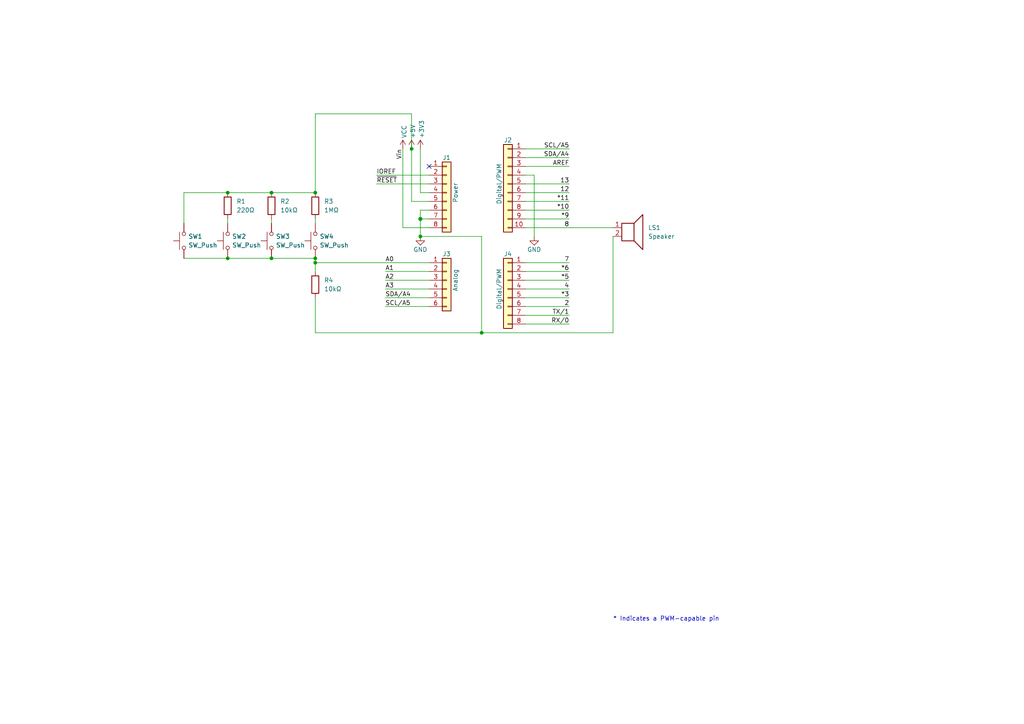
<source format=kicad_sch>
(kicad_sch
	(version 20231120)
	(generator "eeschema")
	(generator_version "8.0")
	(uuid "e63e39d7-6ac0-4ffd-8aa3-1841a4541b55")
	(paper "A4")
	(title_block
		(date "mar. 31 mars 2015")
	)
	(lib_symbols
		(symbol "Connector_Generic:Conn_01x06"
			(pin_names
				(offset 1.016) hide)
			(exclude_from_sim no)
			(in_bom yes)
			(on_board yes)
			(property "Reference" "J"
				(at 0 7.62 0)
				(effects
					(font
						(size 1.27 1.27)
					)
				)
			)
			(property "Value" "Conn_01x06"
				(at 0 -10.16 0)
				(effects
					(font
						(size 1.27 1.27)
					)
				)
			)
			(property "Footprint" ""
				(at 0 0 0)
				(effects
					(font
						(size 1.27 1.27)
					)
					(hide yes)
				)
			)
			(property "Datasheet" "~"
				(at 0 0 0)
				(effects
					(font
						(size 1.27 1.27)
					)
					(hide yes)
				)
			)
			(property "Description" "Generic connector, single row, 01x06, script generated (kicad-library-utils/schlib/autogen/connector/)"
				(at 0 0 0)
				(effects
					(font
						(size 1.27 1.27)
					)
					(hide yes)
				)
			)
			(property "ki_keywords" "connector"
				(at 0 0 0)
				(effects
					(font
						(size 1.27 1.27)
					)
					(hide yes)
				)
			)
			(property "ki_fp_filters" "Connector*:*_1x??_*"
				(at 0 0 0)
				(effects
					(font
						(size 1.27 1.27)
					)
					(hide yes)
				)
			)
			(symbol "Conn_01x06_1_1"
				(rectangle
					(start -1.27 -7.493)
					(end 0 -7.747)
					(stroke
						(width 0.1524)
						(type default)
					)
					(fill
						(type none)
					)
				)
				(rectangle
					(start -1.27 -4.953)
					(end 0 -5.207)
					(stroke
						(width 0.1524)
						(type default)
					)
					(fill
						(type none)
					)
				)
				(rectangle
					(start -1.27 -2.413)
					(end 0 -2.667)
					(stroke
						(width 0.1524)
						(type default)
					)
					(fill
						(type none)
					)
				)
				(rectangle
					(start -1.27 0.127)
					(end 0 -0.127)
					(stroke
						(width 0.1524)
						(type default)
					)
					(fill
						(type none)
					)
				)
				(rectangle
					(start -1.27 2.667)
					(end 0 2.413)
					(stroke
						(width 0.1524)
						(type default)
					)
					(fill
						(type none)
					)
				)
				(rectangle
					(start -1.27 5.207)
					(end 0 4.953)
					(stroke
						(width 0.1524)
						(type default)
					)
					(fill
						(type none)
					)
				)
				(rectangle
					(start -1.27 6.35)
					(end 1.27 -8.89)
					(stroke
						(width 0.254)
						(type default)
					)
					(fill
						(type background)
					)
				)
				(pin passive line
					(at -5.08 5.08 0)
					(length 3.81)
					(name "Pin_1"
						(effects
							(font
								(size 1.27 1.27)
							)
						)
					)
					(number "1"
						(effects
							(font
								(size 1.27 1.27)
							)
						)
					)
				)
				(pin passive line
					(at -5.08 2.54 0)
					(length 3.81)
					(name "Pin_2"
						(effects
							(font
								(size 1.27 1.27)
							)
						)
					)
					(number "2"
						(effects
							(font
								(size 1.27 1.27)
							)
						)
					)
				)
				(pin passive line
					(at -5.08 0 0)
					(length 3.81)
					(name "Pin_3"
						(effects
							(font
								(size 1.27 1.27)
							)
						)
					)
					(number "3"
						(effects
							(font
								(size 1.27 1.27)
							)
						)
					)
				)
				(pin passive line
					(at -5.08 -2.54 0)
					(length 3.81)
					(name "Pin_4"
						(effects
							(font
								(size 1.27 1.27)
							)
						)
					)
					(number "4"
						(effects
							(font
								(size 1.27 1.27)
							)
						)
					)
				)
				(pin passive line
					(at -5.08 -5.08 0)
					(length 3.81)
					(name "Pin_5"
						(effects
							(font
								(size 1.27 1.27)
							)
						)
					)
					(number "5"
						(effects
							(font
								(size 1.27 1.27)
							)
						)
					)
				)
				(pin passive line
					(at -5.08 -7.62 0)
					(length 3.81)
					(name "Pin_6"
						(effects
							(font
								(size 1.27 1.27)
							)
						)
					)
					(number "6"
						(effects
							(font
								(size 1.27 1.27)
							)
						)
					)
				)
			)
		)
		(symbol "Connector_Generic:Conn_01x08"
			(pin_names
				(offset 1.016) hide)
			(exclude_from_sim no)
			(in_bom yes)
			(on_board yes)
			(property "Reference" "J"
				(at 0 10.16 0)
				(effects
					(font
						(size 1.27 1.27)
					)
				)
			)
			(property "Value" "Conn_01x08"
				(at 0 -12.7 0)
				(effects
					(font
						(size 1.27 1.27)
					)
				)
			)
			(property "Footprint" ""
				(at 0 0 0)
				(effects
					(font
						(size 1.27 1.27)
					)
					(hide yes)
				)
			)
			(property "Datasheet" "~"
				(at 0 0 0)
				(effects
					(font
						(size 1.27 1.27)
					)
					(hide yes)
				)
			)
			(property "Description" "Generic connector, single row, 01x08, script generated (kicad-library-utils/schlib/autogen/connector/)"
				(at 0 0 0)
				(effects
					(font
						(size 1.27 1.27)
					)
					(hide yes)
				)
			)
			(property "ki_keywords" "connector"
				(at 0 0 0)
				(effects
					(font
						(size 1.27 1.27)
					)
					(hide yes)
				)
			)
			(property "ki_fp_filters" "Connector*:*_1x??_*"
				(at 0 0 0)
				(effects
					(font
						(size 1.27 1.27)
					)
					(hide yes)
				)
			)
			(symbol "Conn_01x08_1_1"
				(rectangle
					(start -1.27 -10.033)
					(end 0 -10.287)
					(stroke
						(width 0.1524)
						(type default)
					)
					(fill
						(type none)
					)
				)
				(rectangle
					(start -1.27 -7.493)
					(end 0 -7.747)
					(stroke
						(width 0.1524)
						(type default)
					)
					(fill
						(type none)
					)
				)
				(rectangle
					(start -1.27 -4.953)
					(end 0 -5.207)
					(stroke
						(width 0.1524)
						(type default)
					)
					(fill
						(type none)
					)
				)
				(rectangle
					(start -1.27 -2.413)
					(end 0 -2.667)
					(stroke
						(width 0.1524)
						(type default)
					)
					(fill
						(type none)
					)
				)
				(rectangle
					(start -1.27 0.127)
					(end 0 -0.127)
					(stroke
						(width 0.1524)
						(type default)
					)
					(fill
						(type none)
					)
				)
				(rectangle
					(start -1.27 2.667)
					(end 0 2.413)
					(stroke
						(width 0.1524)
						(type default)
					)
					(fill
						(type none)
					)
				)
				(rectangle
					(start -1.27 5.207)
					(end 0 4.953)
					(stroke
						(width 0.1524)
						(type default)
					)
					(fill
						(type none)
					)
				)
				(rectangle
					(start -1.27 7.747)
					(end 0 7.493)
					(stroke
						(width 0.1524)
						(type default)
					)
					(fill
						(type none)
					)
				)
				(rectangle
					(start -1.27 8.89)
					(end 1.27 -11.43)
					(stroke
						(width 0.254)
						(type default)
					)
					(fill
						(type background)
					)
				)
				(pin passive line
					(at -5.08 7.62 0)
					(length 3.81)
					(name "Pin_1"
						(effects
							(font
								(size 1.27 1.27)
							)
						)
					)
					(number "1"
						(effects
							(font
								(size 1.27 1.27)
							)
						)
					)
				)
				(pin passive line
					(at -5.08 5.08 0)
					(length 3.81)
					(name "Pin_2"
						(effects
							(font
								(size 1.27 1.27)
							)
						)
					)
					(number "2"
						(effects
							(font
								(size 1.27 1.27)
							)
						)
					)
				)
				(pin passive line
					(at -5.08 2.54 0)
					(length 3.81)
					(name "Pin_3"
						(effects
							(font
								(size 1.27 1.27)
							)
						)
					)
					(number "3"
						(effects
							(font
								(size 1.27 1.27)
							)
						)
					)
				)
				(pin passive line
					(at -5.08 0 0)
					(length 3.81)
					(name "Pin_4"
						(effects
							(font
								(size 1.27 1.27)
							)
						)
					)
					(number "4"
						(effects
							(font
								(size 1.27 1.27)
							)
						)
					)
				)
				(pin passive line
					(at -5.08 -2.54 0)
					(length 3.81)
					(name "Pin_5"
						(effects
							(font
								(size 1.27 1.27)
							)
						)
					)
					(number "5"
						(effects
							(font
								(size 1.27 1.27)
							)
						)
					)
				)
				(pin passive line
					(at -5.08 -5.08 0)
					(length 3.81)
					(name "Pin_6"
						(effects
							(font
								(size 1.27 1.27)
							)
						)
					)
					(number "6"
						(effects
							(font
								(size 1.27 1.27)
							)
						)
					)
				)
				(pin passive line
					(at -5.08 -7.62 0)
					(length 3.81)
					(name "Pin_7"
						(effects
							(font
								(size 1.27 1.27)
							)
						)
					)
					(number "7"
						(effects
							(font
								(size 1.27 1.27)
							)
						)
					)
				)
				(pin passive line
					(at -5.08 -10.16 0)
					(length 3.81)
					(name "Pin_8"
						(effects
							(font
								(size 1.27 1.27)
							)
						)
					)
					(number "8"
						(effects
							(font
								(size 1.27 1.27)
							)
						)
					)
				)
			)
		)
		(symbol "Connector_Generic:Conn_01x10"
			(pin_names
				(offset 1.016) hide)
			(exclude_from_sim no)
			(in_bom yes)
			(on_board yes)
			(property "Reference" "J"
				(at 0 12.7 0)
				(effects
					(font
						(size 1.27 1.27)
					)
				)
			)
			(property "Value" "Conn_01x10"
				(at 0 -15.24 0)
				(effects
					(font
						(size 1.27 1.27)
					)
				)
			)
			(property "Footprint" ""
				(at 0 0 0)
				(effects
					(font
						(size 1.27 1.27)
					)
					(hide yes)
				)
			)
			(property "Datasheet" "~"
				(at 0 0 0)
				(effects
					(font
						(size 1.27 1.27)
					)
					(hide yes)
				)
			)
			(property "Description" "Generic connector, single row, 01x10, script generated (kicad-library-utils/schlib/autogen/connector/)"
				(at 0 0 0)
				(effects
					(font
						(size 1.27 1.27)
					)
					(hide yes)
				)
			)
			(property "ki_keywords" "connector"
				(at 0 0 0)
				(effects
					(font
						(size 1.27 1.27)
					)
					(hide yes)
				)
			)
			(property "ki_fp_filters" "Connector*:*_1x??_*"
				(at 0 0 0)
				(effects
					(font
						(size 1.27 1.27)
					)
					(hide yes)
				)
			)
			(symbol "Conn_01x10_1_1"
				(rectangle
					(start -1.27 -12.573)
					(end 0 -12.827)
					(stroke
						(width 0.1524)
						(type default)
					)
					(fill
						(type none)
					)
				)
				(rectangle
					(start -1.27 -10.033)
					(end 0 -10.287)
					(stroke
						(width 0.1524)
						(type default)
					)
					(fill
						(type none)
					)
				)
				(rectangle
					(start -1.27 -7.493)
					(end 0 -7.747)
					(stroke
						(width 0.1524)
						(type default)
					)
					(fill
						(type none)
					)
				)
				(rectangle
					(start -1.27 -4.953)
					(end 0 -5.207)
					(stroke
						(width 0.1524)
						(type default)
					)
					(fill
						(type none)
					)
				)
				(rectangle
					(start -1.27 -2.413)
					(end 0 -2.667)
					(stroke
						(width 0.1524)
						(type default)
					)
					(fill
						(type none)
					)
				)
				(rectangle
					(start -1.27 0.127)
					(end 0 -0.127)
					(stroke
						(width 0.1524)
						(type default)
					)
					(fill
						(type none)
					)
				)
				(rectangle
					(start -1.27 2.667)
					(end 0 2.413)
					(stroke
						(width 0.1524)
						(type default)
					)
					(fill
						(type none)
					)
				)
				(rectangle
					(start -1.27 5.207)
					(end 0 4.953)
					(stroke
						(width 0.1524)
						(type default)
					)
					(fill
						(type none)
					)
				)
				(rectangle
					(start -1.27 7.747)
					(end 0 7.493)
					(stroke
						(width 0.1524)
						(type default)
					)
					(fill
						(type none)
					)
				)
				(rectangle
					(start -1.27 10.287)
					(end 0 10.033)
					(stroke
						(width 0.1524)
						(type default)
					)
					(fill
						(type none)
					)
				)
				(rectangle
					(start -1.27 11.43)
					(end 1.27 -13.97)
					(stroke
						(width 0.254)
						(type default)
					)
					(fill
						(type background)
					)
				)
				(pin passive line
					(at -5.08 10.16 0)
					(length 3.81)
					(name "Pin_1"
						(effects
							(font
								(size 1.27 1.27)
							)
						)
					)
					(number "1"
						(effects
							(font
								(size 1.27 1.27)
							)
						)
					)
				)
				(pin passive line
					(at -5.08 -12.7 0)
					(length 3.81)
					(name "Pin_10"
						(effects
							(font
								(size 1.27 1.27)
							)
						)
					)
					(number "10"
						(effects
							(font
								(size 1.27 1.27)
							)
						)
					)
				)
				(pin passive line
					(at -5.08 7.62 0)
					(length 3.81)
					(name "Pin_2"
						(effects
							(font
								(size 1.27 1.27)
							)
						)
					)
					(number "2"
						(effects
							(font
								(size 1.27 1.27)
							)
						)
					)
				)
				(pin passive line
					(at -5.08 5.08 0)
					(length 3.81)
					(name "Pin_3"
						(effects
							(font
								(size 1.27 1.27)
							)
						)
					)
					(number "3"
						(effects
							(font
								(size 1.27 1.27)
							)
						)
					)
				)
				(pin passive line
					(at -5.08 2.54 0)
					(length 3.81)
					(name "Pin_4"
						(effects
							(font
								(size 1.27 1.27)
							)
						)
					)
					(number "4"
						(effects
							(font
								(size 1.27 1.27)
							)
						)
					)
				)
				(pin passive line
					(at -5.08 0 0)
					(length 3.81)
					(name "Pin_5"
						(effects
							(font
								(size 1.27 1.27)
							)
						)
					)
					(number "5"
						(effects
							(font
								(size 1.27 1.27)
							)
						)
					)
				)
				(pin passive line
					(at -5.08 -2.54 0)
					(length 3.81)
					(name "Pin_6"
						(effects
							(font
								(size 1.27 1.27)
							)
						)
					)
					(number "6"
						(effects
							(font
								(size 1.27 1.27)
							)
						)
					)
				)
				(pin passive line
					(at -5.08 -5.08 0)
					(length 3.81)
					(name "Pin_7"
						(effects
							(font
								(size 1.27 1.27)
							)
						)
					)
					(number "7"
						(effects
							(font
								(size 1.27 1.27)
							)
						)
					)
				)
				(pin passive line
					(at -5.08 -7.62 0)
					(length 3.81)
					(name "Pin_8"
						(effects
							(font
								(size 1.27 1.27)
							)
						)
					)
					(number "8"
						(effects
							(font
								(size 1.27 1.27)
							)
						)
					)
				)
				(pin passive line
					(at -5.08 -10.16 0)
					(length 3.81)
					(name "Pin_9"
						(effects
							(font
								(size 1.27 1.27)
							)
						)
					)
					(number "9"
						(effects
							(font
								(size 1.27 1.27)
							)
						)
					)
				)
			)
		)
		(symbol "Device:R"
			(pin_numbers hide)
			(pin_names
				(offset 0)
			)
			(exclude_from_sim no)
			(in_bom yes)
			(on_board yes)
			(property "Reference" "R"
				(at 2.032 0 90)
				(effects
					(font
						(size 1.27 1.27)
					)
				)
			)
			(property "Value" "R"
				(at 0 0 90)
				(effects
					(font
						(size 1.27 1.27)
					)
				)
			)
			(property "Footprint" ""
				(at -1.778 0 90)
				(effects
					(font
						(size 1.27 1.27)
					)
					(hide yes)
				)
			)
			(property "Datasheet" "~"
				(at 0 0 0)
				(effects
					(font
						(size 1.27 1.27)
					)
					(hide yes)
				)
			)
			(property "Description" "Resistor"
				(at 0 0 0)
				(effects
					(font
						(size 1.27 1.27)
					)
					(hide yes)
				)
			)
			(property "ki_keywords" "R res resistor"
				(at 0 0 0)
				(effects
					(font
						(size 1.27 1.27)
					)
					(hide yes)
				)
			)
			(property "ki_fp_filters" "R_*"
				(at 0 0 0)
				(effects
					(font
						(size 1.27 1.27)
					)
					(hide yes)
				)
			)
			(symbol "R_0_1"
				(rectangle
					(start -1.016 -2.54)
					(end 1.016 2.54)
					(stroke
						(width 0.254)
						(type default)
					)
					(fill
						(type none)
					)
				)
			)
			(symbol "R_1_1"
				(pin passive line
					(at 0 3.81 270)
					(length 1.27)
					(name "~"
						(effects
							(font
								(size 1.27 1.27)
							)
						)
					)
					(number "1"
						(effects
							(font
								(size 1.27 1.27)
							)
						)
					)
				)
				(pin passive line
					(at 0 -3.81 90)
					(length 1.27)
					(name "~"
						(effects
							(font
								(size 1.27 1.27)
							)
						)
					)
					(number "2"
						(effects
							(font
								(size 1.27 1.27)
							)
						)
					)
				)
			)
		)
		(symbol "Device:Speaker"
			(pin_names
				(offset 0) hide)
			(exclude_from_sim no)
			(in_bom yes)
			(on_board yes)
			(property "Reference" "LS"
				(at 1.27 5.715 0)
				(effects
					(font
						(size 1.27 1.27)
					)
					(justify right)
				)
			)
			(property "Value" "Speaker"
				(at 1.27 3.81 0)
				(effects
					(font
						(size 1.27 1.27)
					)
					(justify right)
				)
			)
			(property "Footprint" ""
				(at 0 -5.08 0)
				(effects
					(font
						(size 1.27 1.27)
					)
					(hide yes)
				)
			)
			(property "Datasheet" "~"
				(at -0.254 -1.27 0)
				(effects
					(font
						(size 1.27 1.27)
					)
					(hide yes)
				)
			)
			(property "Description" "Speaker"
				(at 0 0 0)
				(effects
					(font
						(size 1.27 1.27)
					)
					(hide yes)
				)
			)
			(property "ki_keywords" "speaker sound"
				(at 0 0 0)
				(effects
					(font
						(size 1.27 1.27)
					)
					(hide yes)
				)
			)
			(symbol "Speaker_0_0"
				(rectangle
					(start -2.54 1.27)
					(end 1.016 -3.81)
					(stroke
						(width 0.254)
						(type default)
					)
					(fill
						(type none)
					)
				)
				(polyline
					(pts
						(xy 1.016 1.27) (xy 3.556 3.81) (xy 3.556 -6.35) (xy 1.016 -3.81)
					)
					(stroke
						(width 0.254)
						(type default)
					)
					(fill
						(type none)
					)
				)
			)
			(symbol "Speaker_1_1"
				(pin input line
					(at -5.08 0 0)
					(length 2.54)
					(name "1"
						(effects
							(font
								(size 1.27 1.27)
							)
						)
					)
					(number "1"
						(effects
							(font
								(size 1.27 1.27)
							)
						)
					)
				)
				(pin input line
					(at -5.08 -2.54 0)
					(length 2.54)
					(name "2"
						(effects
							(font
								(size 1.27 1.27)
							)
						)
					)
					(number "2"
						(effects
							(font
								(size 1.27 1.27)
							)
						)
					)
				)
			)
		)
		(symbol "Switch:SW_Push"
			(pin_numbers hide)
			(pin_names
				(offset 1.016) hide)
			(exclude_from_sim no)
			(in_bom yes)
			(on_board yes)
			(property "Reference" "SW"
				(at 1.27 2.54 0)
				(effects
					(font
						(size 1.27 1.27)
					)
					(justify left)
				)
			)
			(property "Value" "SW_Push"
				(at 0 -1.524 0)
				(effects
					(font
						(size 1.27 1.27)
					)
				)
			)
			(property "Footprint" ""
				(at 0 5.08 0)
				(effects
					(font
						(size 1.27 1.27)
					)
					(hide yes)
				)
			)
			(property "Datasheet" "~"
				(at 0 5.08 0)
				(effects
					(font
						(size 1.27 1.27)
					)
					(hide yes)
				)
			)
			(property "Description" "Push button switch, generic, two pins"
				(at 0 0 0)
				(effects
					(font
						(size 1.27 1.27)
					)
					(hide yes)
				)
			)
			(property "ki_keywords" "switch normally-open pushbutton push-button"
				(at 0 0 0)
				(effects
					(font
						(size 1.27 1.27)
					)
					(hide yes)
				)
			)
			(symbol "SW_Push_0_1"
				(circle
					(center -2.032 0)
					(radius 0.508)
					(stroke
						(width 0)
						(type default)
					)
					(fill
						(type none)
					)
				)
				(polyline
					(pts
						(xy 0 1.27) (xy 0 3.048)
					)
					(stroke
						(width 0)
						(type default)
					)
					(fill
						(type none)
					)
				)
				(polyline
					(pts
						(xy 2.54 1.27) (xy -2.54 1.27)
					)
					(stroke
						(width 0)
						(type default)
					)
					(fill
						(type none)
					)
				)
				(circle
					(center 2.032 0)
					(radius 0.508)
					(stroke
						(width 0)
						(type default)
					)
					(fill
						(type none)
					)
				)
				(pin passive line
					(at -5.08 0 0)
					(length 2.54)
					(name "1"
						(effects
							(font
								(size 1.27 1.27)
							)
						)
					)
					(number "1"
						(effects
							(font
								(size 1.27 1.27)
							)
						)
					)
				)
				(pin passive line
					(at 5.08 0 180)
					(length 2.54)
					(name "2"
						(effects
							(font
								(size 1.27 1.27)
							)
						)
					)
					(number "2"
						(effects
							(font
								(size 1.27 1.27)
							)
						)
					)
				)
			)
		)
		(symbol "power:+3V3"
			(power)
			(pin_names
				(offset 0)
			)
			(exclude_from_sim no)
			(in_bom yes)
			(on_board yes)
			(property "Reference" "#PWR"
				(at 0 -3.81 0)
				(effects
					(font
						(size 1.27 1.27)
					)
					(hide yes)
				)
			)
			(property "Value" "+3V3"
				(at 0 3.556 0)
				(effects
					(font
						(size 1.27 1.27)
					)
				)
			)
			(property "Footprint" ""
				(at 0 0 0)
				(effects
					(font
						(size 1.27 1.27)
					)
					(hide yes)
				)
			)
			(property "Datasheet" ""
				(at 0 0 0)
				(effects
					(font
						(size 1.27 1.27)
					)
					(hide yes)
				)
			)
			(property "Description" "Power symbol creates a global label with name \"+3V3\""
				(at 0 0 0)
				(effects
					(font
						(size 1.27 1.27)
					)
					(hide yes)
				)
			)
			(property "ki_keywords" "power-flag"
				(at 0 0 0)
				(effects
					(font
						(size 1.27 1.27)
					)
					(hide yes)
				)
			)
			(symbol "+3V3_0_1"
				(polyline
					(pts
						(xy -0.762 1.27) (xy 0 2.54)
					)
					(stroke
						(width 0)
						(type default)
					)
					(fill
						(type none)
					)
				)
				(polyline
					(pts
						(xy 0 0) (xy 0 2.54)
					)
					(stroke
						(width 0)
						(type default)
					)
					(fill
						(type none)
					)
				)
				(polyline
					(pts
						(xy 0 2.54) (xy 0.762 1.27)
					)
					(stroke
						(width 0)
						(type default)
					)
					(fill
						(type none)
					)
				)
			)
			(symbol "+3V3_1_1"
				(pin power_in line
					(at 0 0 90)
					(length 0) hide
					(name "+3V3"
						(effects
							(font
								(size 1.27 1.27)
							)
						)
					)
					(number "1"
						(effects
							(font
								(size 1.27 1.27)
							)
						)
					)
				)
			)
		)
		(symbol "power:+5V"
			(power)
			(pin_names
				(offset 0)
			)
			(exclude_from_sim no)
			(in_bom yes)
			(on_board yes)
			(property "Reference" "#PWR"
				(at 0 -3.81 0)
				(effects
					(font
						(size 1.27 1.27)
					)
					(hide yes)
				)
			)
			(property "Value" "+5V"
				(at 0 3.556 0)
				(effects
					(font
						(size 1.27 1.27)
					)
				)
			)
			(property "Footprint" ""
				(at 0 0 0)
				(effects
					(font
						(size 1.27 1.27)
					)
					(hide yes)
				)
			)
			(property "Datasheet" ""
				(at 0 0 0)
				(effects
					(font
						(size 1.27 1.27)
					)
					(hide yes)
				)
			)
			(property "Description" "Power symbol creates a global label with name \"+5V\""
				(at 0 0 0)
				(effects
					(font
						(size 1.27 1.27)
					)
					(hide yes)
				)
			)
			(property "ki_keywords" "power-flag"
				(at 0 0 0)
				(effects
					(font
						(size 1.27 1.27)
					)
					(hide yes)
				)
			)
			(symbol "+5V_0_1"
				(polyline
					(pts
						(xy -0.762 1.27) (xy 0 2.54)
					)
					(stroke
						(width 0)
						(type default)
					)
					(fill
						(type none)
					)
				)
				(polyline
					(pts
						(xy 0 0) (xy 0 2.54)
					)
					(stroke
						(width 0)
						(type default)
					)
					(fill
						(type none)
					)
				)
				(polyline
					(pts
						(xy 0 2.54) (xy 0.762 1.27)
					)
					(stroke
						(width 0)
						(type default)
					)
					(fill
						(type none)
					)
				)
			)
			(symbol "+5V_1_1"
				(pin power_in line
					(at 0 0 90)
					(length 0) hide
					(name "+5V"
						(effects
							(font
								(size 1.27 1.27)
							)
						)
					)
					(number "1"
						(effects
							(font
								(size 1.27 1.27)
							)
						)
					)
				)
			)
		)
		(symbol "power:GND"
			(power)
			(pin_names
				(offset 0)
			)
			(exclude_from_sim no)
			(in_bom yes)
			(on_board yes)
			(property "Reference" "#PWR"
				(at 0 -6.35 0)
				(effects
					(font
						(size 1.27 1.27)
					)
					(hide yes)
				)
			)
			(property "Value" "GND"
				(at 0 -3.81 0)
				(effects
					(font
						(size 1.27 1.27)
					)
				)
			)
			(property "Footprint" ""
				(at 0 0 0)
				(effects
					(font
						(size 1.27 1.27)
					)
					(hide yes)
				)
			)
			(property "Datasheet" ""
				(at 0 0 0)
				(effects
					(font
						(size 1.27 1.27)
					)
					(hide yes)
				)
			)
			(property "Description" "Power symbol creates a global label with name \"GND\" , ground"
				(at 0 0 0)
				(effects
					(font
						(size 1.27 1.27)
					)
					(hide yes)
				)
			)
			(property "ki_keywords" "power-flag"
				(at 0 0 0)
				(effects
					(font
						(size 1.27 1.27)
					)
					(hide yes)
				)
			)
			(symbol "GND_0_1"
				(polyline
					(pts
						(xy 0 0) (xy 0 -1.27) (xy 1.27 -1.27) (xy 0 -2.54) (xy -1.27 -1.27) (xy 0 -1.27)
					)
					(stroke
						(width 0)
						(type default)
					)
					(fill
						(type none)
					)
				)
			)
			(symbol "GND_1_1"
				(pin power_in line
					(at 0 0 270)
					(length 0) hide
					(name "GND"
						(effects
							(font
								(size 1.27 1.27)
							)
						)
					)
					(number "1"
						(effects
							(font
								(size 1.27 1.27)
							)
						)
					)
				)
			)
		)
		(symbol "power:VCC"
			(power)
			(pin_names
				(offset 0)
			)
			(exclude_from_sim no)
			(in_bom yes)
			(on_board yes)
			(property "Reference" "#PWR"
				(at 0 -3.81 0)
				(effects
					(font
						(size 1.27 1.27)
					)
					(hide yes)
				)
			)
			(property "Value" "VCC"
				(at 0 3.81 0)
				(effects
					(font
						(size 1.27 1.27)
					)
				)
			)
			(property "Footprint" ""
				(at 0 0 0)
				(effects
					(font
						(size 1.27 1.27)
					)
					(hide yes)
				)
			)
			(property "Datasheet" ""
				(at 0 0 0)
				(effects
					(font
						(size 1.27 1.27)
					)
					(hide yes)
				)
			)
			(property "Description" "Power symbol creates a global label with name \"VCC\""
				(at 0 0 0)
				(effects
					(font
						(size 1.27 1.27)
					)
					(hide yes)
				)
			)
			(property "ki_keywords" "power-flag"
				(at 0 0 0)
				(effects
					(font
						(size 1.27 1.27)
					)
					(hide yes)
				)
			)
			(symbol "VCC_0_1"
				(polyline
					(pts
						(xy -0.762 1.27) (xy 0 2.54)
					)
					(stroke
						(width 0)
						(type default)
					)
					(fill
						(type none)
					)
				)
				(polyline
					(pts
						(xy 0 0) (xy 0 2.54)
					)
					(stroke
						(width 0)
						(type default)
					)
					(fill
						(type none)
					)
				)
				(polyline
					(pts
						(xy 0 2.54) (xy 0.762 1.27)
					)
					(stroke
						(width 0)
						(type default)
					)
					(fill
						(type none)
					)
				)
			)
			(symbol "VCC_1_1"
				(pin power_in line
					(at 0 0 90)
					(length 0) hide
					(name "VCC"
						(effects
							(font
								(size 1.27 1.27)
							)
						)
					)
					(number "1"
						(effects
							(font
								(size 1.27 1.27)
							)
						)
					)
				)
			)
		)
	)
	(junction
		(at 91.44 74.93)
		(diameter 0)
		(color 0 0 0 0)
		(uuid "0730854e-b46d-495e-a90a-d8c5cee3c877")
	)
	(junction
		(at 66.04 55.88)
		(diameter 0)
		(color 0 0 0 0)
		(uuid "1c4d7a27-0aee-4bf7-9066-8814981b0d53")
	)
	(junction
		(at 66.04 74.93)
		(diameter 0)
		(color 0 0 0 0)
		(uuid "2fa7d932-44d1-4c38-981b-3c75fd8e4ca6")
	)
	(junction
		(at 121.92 63.5)
		(diameter 1.016)
		(color 0 0 0 0)
		(uuid "3dcc657b-55a1-48e0-9667-e01e7b6b08b5")
	)
	(junction
		(at 91.44 76.2)
		(diameter 0)
		(color 0 0 0 0)
		(uuid "45a3ec4c-97cd-4753-ab65-85730f14548a")
	)
	(junction
		(at 121.92 68.58)
		(diameter 0)
		(color 0 0 0 0)
		(uuid "7de69094-0fd6-401c-866f-92db8207fa19")
	)
	(junction
		(at 78.74 74.93)
		(diameter 0)
		(color 0 0 0 0)
		(uuid "a0240e57-ee1f-443f-8558-0473ab474358")
	)
	(junction
		(at 139.7 96.52)
		(diameter 0)
		(color 0 0 0 0)
		(uuid "a332607c-9299-4881-bcff-bf754ab31272")
	)
	(junction
		(at 78.74 55.88)
		(diameter 0)
		(color 0 0 0 0)
		(uuid "be37e7e5-832f-4351-9159-8a1259ebda25")
	)
	(junction
		(at 119.38 43.18)
		(diameter 0)
		(color 0 0 0 0)
		(uuid "c1b21128-cb80-4c84-95d3-4941ab09ff84")
	)
	(junction
		(at 91.44 55.88)
		(diameter 0)
		(color 0 0 0 0)
		(uuid "c93c0cc8-0068-475e-9ce9-302a32d9a23e")
	)
	(no_connect
		(at 124.46 48.26)
		(uuid "d181157c-7812-47e5-a0cf-9580c905fc86")
	)
	(wire
		(pts
			(xy 152.4 93.98) (xy 165.1 93.98)
		)
		(stroke
			(width 0)
			(type solid)
		)
		(uuid "010ba307-2067-49d3-b0fa-6414143f3fc2")
	)
	(wire
		(pts
			(xy 139.7 96.52) (xy 91.44 96.52)
		)
		(stroke
			(width 0)
			(type solid)
		)
		(uuid "03dde026-2dff-40f5-a7e9-ca37e784b8dc")
	)
	(wire
		(pts
			(xy 121.92 68.58) (xy 139.7 68.58)
		)
		(stroke
			(width 0)
			(type solid)
		)
		(uuid "08cca4d8-905e-4557-886f-03b8ef2c0a9d")
	)
	(wire
		(pts
			(xy 152.4 60.96) (xy 165.1 60.96)
		)
		(stroke
			(width 0)
			(type solid)
		)
		(uuid "09480ba4-37da-45e3-b9fe-6beebf876349")
	)
	(wire
		(pts
			(xy 152.4 43.18) (xy 165.1 43.18)
		)
		(stroke
			(width 0)
			(type solid)
		)
		(uuid "0f5d2189-4ead-42fa-8f7a-cfa3af4de132")
	)
	(wire
		(pts
			(xy 139.7 68.58) (xy 139.7 96.52)
		)
		(stroke
			(width 0)
			(type solid)
		)
		(uuid "1468e66e-d9b4-4c09-af94-44720bb8556a")
	)
	(wire
		(pts
			(xy 121.92 60.96) (xy 121.92 63.5)
		)
		(stroke
			(width 0)
			(type solid)
		)
		(uuid "1c31b835-925f-4a5c-92df-8f2558bb711b")
	)
	(wire
		(pts
			(xy 66.04 63.5) (xy 66.04 64.77)
		)
		(stroke
			(width 0)
			(type default)
		)
		(uuid "1dc7e86c-d7fb-4dab-83d7-8f3fdc621963")
	)
	(wire
		(pts
			(xy 66.04 74.93) (xy 78.74 74.93)
		)
		(stroke
			(width 0)
			(type default)
		)
		(uuid "1fa93f09-70a9-4c7b-9b9f-9007a06b60c6")
	)
	(wire
		(pts
			(xy 111.76 88.9) (xy 124.46 88.9)
		)
		(stroke
			(width 0)
			(type solid)
		)
		(uuid "20854542-d0b0-4be7-af02-0e5fceb34e01")
	)
	(wire
		(pts
			(xy 119.38 33.02) (xy 91.44 33.02)
		)
		(stroke
			(width 0)
			(type solid)
		)
		(uuid "24a25baa-a927-412f-b3ce-5415a64d5e0d")
	)
	(wire
		(pts
			(xy 121.92 63.5) (xy 121.92 68.58)
		)
		(stroke
			(width 0)
			(type solid)
		)
		(uuid "2df788b2-ce68-49bc-a497-4b6570a17f30")
	)
	(wire
		(pts
			(xy 121.92 55.88) (xy 124.46 55.88)
		)
		(stroke
			(width 0)
			(type solid)
		)
		(uuid "3334b11d-5a13-40b4-a117-d693c543e4ab")
	)
	(wire
		(pts
			(xy 119.38 58.42) (xy 124.46 58.42)
		)
		(stroke
			(width 0)
			(type solid)
		)
		(uuid "3661f80c-fef8-4441-83be-df8930b3b45e")
	)
	(wire
		(pts
			(xy 119.38 43.18) (xy 119.38 58.42)
		)
		(stroke
			(width 0)
			(type solid)
		)
		(uuid "392bf1f6-bf67-427d-8d4c-0a87cb757556")
	)
	(wire
		(pts
			(xy 152.4 53.34) (xy 165.1 53.34)
		)
		(stroke
			(width 0)
			(type solid)
		)
		(uuid "4227fa6f-c399-4f14-8228-23e39d2b7e7d")
	)
	(wire
		(pts
			(xy 121.92 43.18) (xy 121.92 55.88)
		)
		(stroke
			(width 0)
			(type solid)
		)
		(uuid "442fb4de-4d55-45de-bc27-3e6222ceb890")
	)
	(wire
		(pts
			(xy 152.4 76.2) (xy 165.1 76.2)
		)
		(stroke
			(width 0)
			(type solid)
		)
		(uuid "4455ee2e-5642-42c1-a83b-f7e65fa0c2f1")
	)
	(wire
		(pts
			(xy 91.44 76.2) (xy 91.44 74.93)
		)
		(stroke
			(width 0)
			(type solid)
		)
		(uuid "46ed515f-ac0e-4613-b71d-b45879d7dbd7")
	)
	(wire
		(pts
			(xy 78.74 55.88) (xy 91.44 55.88)
		)
		(stroke
			(width 0)
			(type solid)
		)
		(uuid "4a37322e-8c33-4fba-8857-ff850adf2f9d")
	)
	(wire
		(pts
			(xy 152.4 55.88) (xy 165.1 55.88)
		)
		(stroke
			(width 0)
			(type solid)
		)
		(uuid "4a910b57-a5cd-4105-ab4f-bde2a80d4f00")
	)
	(wire
		(pts
			(xy 91.44 76.2) (xy 91.44 78.74)
		)
		(stroke
			(width 0)
			(type solid)
		)
		(uuid "4bcfe054-289b-42e5-a911-75644709fd70")
	)
	(wire
		(pts
			(xy 78.74 74.93) (xy 91.44 74.93)
		)
		(stroke
			(width 0)
			(type default)
		)
		(uuid "4d0638f4-1379-4992-9865-2272de80b757")
	)
	(wire
		(pts
			(xy 152.4 78.74) (xy 165.1 78.74)
		)
		(stroke
			(width 0)
			(type solid)
		)
		(uuid "4e60e1af-19bd-45a0-b418-b7030b594dde")
	)
	(wire
		(pts
			(xy 177.8 96.52) (xy 139.7 96.52)
		)
		(stroke
			(width 0)
			(type default)
		)
		(uuid "50dc2144-33a6-4518-95e5-e481e6c317f2")
	)
	(wire
		(pts
			(xy 119.38 43.18) (xy 119.38 33.02)
		)
		(stroke
			(width 0)
			(type solid)
		)
		(uuid "52f98a2e-064a-4f77-b2dd-3e1add72b60b")
	)
	(wire
		(pts
			(xy 66.04 55.88) (xy 78.74 55.88)
		)
		(stroke
			(width 0)
			(type solid)
		)
		(uuid "5fd3dd3f-76b4-4722-83d6-d678415d6db1")
	)
	(wire
		(pts
			(xy 91.44 63.5) (xy 91.44 64.77)
		)
		(stroke
			(width 0)
			(type default)
		)
		(uuid "6368ebb1-08ee-429f-9682-76f599e9663d")
	)
	(wire
		(pts
			(xy 152.4 63.5) (xy 165.1 63.5)
		)
		(stroke
			(width 0)
			(type solid)
		)
		(uuid "63f2b71b-521b-4210-bf06-ed65e330fccc")
	)
	(wire
		(pts
			(xy 152.4 83.82) (xy 165.1 83.82)
		)
		(stroke
			(width 0)
			(type solid)
		)
		(uuid "6bb3ea5f-9e60-4add-9d97-244be2cf61d2")
	)
	(wire
		(pts
			(xy 109.22 50.8) (xy 124.46 50.8)
		)
		(stroke
			(width 0)
			(type solid)
		)
		(uuid "73d4774c-1387-4550-b580-a1cc0ac89b89")
	)
	(wire
		(pts
			(xy 154.94 50.8) (xy 154.94 68.58)
		)
		(stroke
			(width 0)
			(type solid)
		)
		(uuid "84ce350c-b0c1-4e69-9ab2-f7ec7b8bb312")
	)
	(wire
		(pts
			(xy 152.4 48.26) (xy 165.1 48.26)
		)
		(stroke
			(width 0)
			(type solid)
		)
		(uuid "8a3d35a2-f0f6-4dec-a606-7c8e288ca828")
	)
	(wire
		(pts
			(xy 124.46 81.28) (xy 111.76 81.28)
		)
		(stroke
			(width 0)
			(type solid)
		)
		(uuid "9377eb1a-3b12-438c-8ebd-f86ace1e8d25")
	)
	(wire
		(pts
			(xy 109.22 53.34) (xy 124.46 53.34)
		)
		(stroke
			(width 0)
			(type solid)
		)
		(uuid "93e52853-9d1e-4afe-aee8-b825ab9f5d09")
	)
	(wire
		(pts
			(xy 124.46 63.5) (xy 121.92 63.5)
		)
		(stroke
			(width 0)
			(type solid)
		)
		(uuid "97df9ac9-dbb8-472e-b84f-3684d0eb5efc")
	)
	(wire
		(pts
			(xy 53.34 55.88) (xy 53.34 64.77)
		)
		(stroke
			(width 0)
			(type solid)
		)
		(uuid "a31e513f-c125-4697-a712-fffc619c12d0")
	)
	(wire
		(pts
			(xy 177.8 68.58) (xy 177.8 96.52)
		)
		(stroke
			(width 0)
			(type default)
		)
		(uuid "a38306f8-0889-434f-b0d4-b7f747e4c400")
	)
	(wire
		(pts
			(xy 124.46 66.04) (xy 116.84 66.04)
		)
		(stroke
			(width 0)
			(type solid)
		)
		(uuid "a7518f9d-05df-4211-ba17-5d615f04ec46")
	)
	(wire
		(pts
			(xy 111.76 78.74) (xy 124.46 78.74)
		)
		(stroke
			(width 0)
			(type solid)
		)
		(uuid "aab97e46-23d6-4cbf-8684-537b94306d68")
	)
	(wire
		(pts
			(xy 53.34 74.93) (xy 66.04 74.93)
		)
		(stroke
			(width 0)
			(type default)
		)
		(uuid "aabb5561-9487-4f9b-8b8e-777695918426")
	)
	(wire
		(pts
			(xy 152.4 50.8) (xy 154.94 50.8)
		)
		(stroke
			(width 0)
			(type solid)
		)
		(uuid "bcbc7302-8a54-4b9b-98b9-f277f1b20941")
	)
	(wire
		(pts
			(xy 66.04 55.88) (xy 53.34 55.88)
		)
		(stroke
			(width 0)
			(type solid)
		)
		(uuid "c0e7e99a-9960-457e-8537-ec7ed782fd83")
	)
	(wire
		(pts
			(xy 124.46 60.96) (xy 121.92 60.96)
		)
		(stroke
			(width 0)
			(type solid)
		)
		(uuid "c12796ad-cf20-466f-9ab3-9cf441392c32")
	)
	(wire
		(pts
			(xy 91.44 96.52) (xy 91.44 86.36)
		)
		(stroke
			(width 0)
			(type solid)
		)
		(uuid "c5ae12df-aa2b-4f80-8d61-727a01d33ad0")
	)
	(wire
		(pts
			(xy 152.4 58.42) (xy 165.1 58.42)
		)
		(stroke
			(width 0)
			(type solid)
		)
		(uuid "c722a1ff-12f1-49e5-88a4-44ffeb509ca2")
	)
	(wire
		(pts
			(xy 152.4 81.28) (xy 165.1 81.28)
		)
		(stroke
			(width 0)
			(type solid)
		)
		(uuid "cfe99980-2d98-4372-b495-04c53027340b")
	)
	(wire
		(pts
			(xy 111.76 83.82) (xy 124.46 83.82)
		)
		(stroke
			(width 0)
			(type solid)
		)
		(uuid "d3042136-2605-44b2-aebb-5484a9c90933")
	)
	(wire
		(pts
			(xy 152.4 45.72) (xy 165.1 45.72)
		)
		(stroke
			(width 0)
			(type solid)
		)
		(uuid "e7278977-132b-4777-9eb4-7d93363a4379")
	)
	(wire
		(pts
			(xy 152.4 88.9) (xy 165.1 88.9)
		)
		(stroke
			(width 0)
			(type solid)
		)
		(uuid "e9bdd59b-3252-4c44-a357-6fa1af0c210c")
	)
	(wire
		(pts
			(xy 152.4 86.36) (xy 165.1 86.36)
		)
		(stroke
			(width 0)
			(type solid)
		)
		(uuid "ec76dcc9-9949-4dda-bd76-046204829cb4")
	)
	(wire
		(pts
			(xy 78.74 63.5) (xy 78.74 64.77)
		)
		(stroke
			(width 0)
			(type default)
		)
		(uuid "f397eb34-8ecc-45a9-9c37-82f359f8c4f8")
	)
	(wire
		(pts
			(xy 91.44 76.2) (xy 124.46 76.2)
		)
		(stroke
			(width 0)
			(type solid)
		)
		(uuid "f6615cd6-4b4c-4d39-b023-4f45b153092f")
	)
	(wire
		(pts
			(xy 152.4 91.44) (xy 165.1 91.44)
		)
		(stroke
			(width 0)
			(type solid)
		)
		(uuid "f853d1d4-c722-44df-98bf-4a6114204628")
	)
	(wire
		(pts
			(xy 116.84 66.04) (xy 116.84 43.18)
		)
		(stroke
			(width 0)
			(type solid)
		)
		(uuid "f8de70cd-e47d-4e80-8f3a-077e9df93aa8")
	)
	(wire
		(pts
			(xy 124.46 86.36) (xy 111.76 86.36)
		)
		(stroke
			(width 0)
			(type solid)
		)
		(uuid "fc39c32d-65b8-4d16-9db5-de89c54a1206")
	)
	(wire
		(pts
			(xy 91.44 33.02) (xy 91.44 55.88)
		)
		(stroke
			(width 0)
			(type solid)
		)
		(uuid "fcee2817-7524-4341-92d4-8f47c18197e7")
	)
	(wire
		(pts
			(xy 152.4 66.04) (xy 177.8 66.04)
		)
		(stroke
			(width 0)
			(type solid)
		)
		(uuid "fe837306-92d0-4847-ad21-76c47ae932d1")
	)
	(text "* Indicates a PWM-capable pin"
		(exclude_from_sim no)
		(at 177.8 180.34 0)
		(effects
			(font
				(size 1.27 1.27)
			)
			(justify left bottom)
		)
		(uuid "c364973a-9a67-4667-8185-a3a5c6c6cbdf")
	)
	(label "RX{slash}0"
		(at 165.1 93.98 180)
		(fields_autoplaced yes)
		(effects
			(font
				(size 1.27 1.27)
			)
			(justify right bottom)
		)
		(uuid "01ea9310-cf66-436b-9b89-1a2f4237b59e")
	)
	(label "A2"
		(at 111.76 81.28 0)
		(fields_autoplaced yes)
		(effects
			(font
				(size 1.27 1.27)
			)
			(justify left bottom)
		)
		(uuid "09251fd4-af37-4d86-8951-1faaac710ffa")
	)
	(label "4"
		(at 165.1 83.82 180)
		(fields_autoplaced yes)
		(effects
			(font
				(size 1.27 1.27)
			)
			(justify right bottom)
		)
		(uuid "0d8cfe6d-11bf-42b9-9752-f9a5a76bce7e")
	)
	(label "2"
		(at 165.1 88.9 180)
		(fields_autoplaced yes)
		(effects
			(font
				(size 1.27 1.27)
			)
			(justify right bottom)
		)
		(uuid "23f0c933-49f0-4410-a8db-8b017f48dadc")
	)
	(label "A3"
		(at 111.76 83.82 0)
		(fields_autoplaced yes)
		(effects
			(font
				(size 1.27 1.27)
			)
			(justify left bottom)
		)
		(uuid "2c60ab74-0590-423b-8921-6f3212a358d2")
	)
	(label "13"
		(at 165.1 53.34 180)
		(fields_autoplaced yes)
		(effects
			(font
				(size 1.27 1.27)
			)
			(justify right bottom)
		)
		(uuid "35bc5b35-b7b2-44d5-bbed-557f428649b2")
	)
	(label "12"
		(at 165.1 55.88 180)
		(fields_autoplaced yes)
		(effects
			(font
				(size 1.27 1.27)
			)
			(justify right bottom)
		)
		(uuid "3ffaa3b1-1d78-4c7b-bdf9-f1a8019c92fd")
	)
	(label "~{RESET}"
		(at 109.22 53.34 0)
		(fields_autoplaced yes)
		(effects
			(font
				(size 1.27 1.27)
			)
			(justify left bottom)
		)
		(uuid "49585dba-cfa7-4813-841e-9d900d43ecf4")
	)
	(label "*10"
		(at 165.1 60.96 180)
		(fields_autoplaced yes)
		(effects
			(font
				(size 1.27 1.27)
			)
			(justify right bottom)
		)
		(uuid "54be04e4-fffa-4f7f-8a5f-d0de81314e8f")
	)
	(label "7"
		(at 165.1 76.2 180)
		(fields_autoplaced yes)
		(effects
			(font
				(size 1.27 1.27)
			)
			(justify right bottom)
		)
		(uuid "873d2c88-519e-482f-a3ed-2484e5f9417e")
	)
	(label "SDA{slash}A4"
		(at 165.1 45.72 180)
		(fields_autoplaced yes)
		(effects
			(font
				(size 1.27 1.27)
			)
			(justify right bottom)
		)
		(uuid "8885a9dc-224d-44c5-8601-05c1d9983e09")
	)
	(label "8"
		(at 165.1 66.04 180)
		(fields_autoplaced yes)
		(effects
			(font
				(size 1.27 1.27)
			)
			(justify right bottom)
		)
		(uuid "89b0e564-e7aa-4224-80c9-3f0614fede8f")
	)
	(label "*11"
		(at 165.1 58.42 180)
		(fields_autoplaced yes)
		(effects
			(font
				(size 1.27 1.27)
			)
			(justify right bottom)
		)
		(uuid "9ad5a781-2469-4c8f-8abf-a1c3586f7cb7")
	)
	(label "*3"
		(at 165.1 86.36 180)
		(fields_autoplaced yes)
		(effects
			(font
				(size 1.27 1.27)
			)
			(justify right bottom)
		)
		(uuid "9cccf5f9-68a4-4e61-b418-6185dd6a5f9a")
	)
	(label "A1"
		(at 111.76 78.74 0)
		(fields_autoplaced yes)
		(effects
			(font
				(size 1.27 1.27)
			)
			(justify left bottom)
		)
		(uuid "acc9991b-1bdd-4544-9a08-4037937485cb")
	)
	(label "TX{slash}1"
		(at 165.1 91.44 180)
		(fields_autoplaced yes)
		(effects
			(font
				(size 1.27 1.27)
			)
			(justify right bottom)
		)
		(uuid "ae2c9582-b445-44bd-b371-7fc74f6cf852")
	)
	(label "A0"
		(at 111.76 76.2 0)
		(fields_autoplaced yes)
		(effects
			(font
				(size 1.27 1.27)
			)
			(justify left bottom)
		)
		(uuid "ba02dc27-26a3-4648-b0aa-06b6dcaf001f")
	)
	(label "AREF"
		(at 165.1 48.26 180)
		(fields_autoplaced yes)
		(effects
			(font
				(size 1.27 1.27)
			)
			(justify right bottom)
		)
		(uuid "bbf52cf8-6d97-4499-a9ee-3657cebcdabf")
	)
	(label "Vin"
		(at 116.84 43.18 270)
		(fields_autoplaced yes)
		(effects
			(font
				(size 1.27 1.27)
			)
			(justify right bottom)
		)
		(uuid "c348793d-eec0-4f33-9b91-2cae8b4224a4")
	)
	(label "*6"
		(at 165.1 78.74 180)
		(fields_autoplaced yes)
		(effects
			(font
				(size 1.27 1.27)
			)
			(justify right bottom)
		)
		(uuid "c775d4e8-c37b-4e73-90c1-1c8d36333aac")
	)
	(label "SCL{slash}A5"
		(at 165.1 43.18 180)
		(fields_autoplaced yes)
		(effects
			(font
				(size 1.27 1.27)
			)
			(justify right bottom)
		)
		(uuid "cba886fc-172a-42fe-8e4c-daace6eaef8e")
	)
	(label "*9"
		(at 165.1 63.5 180)
		(fields_autoplaced yes)
		(effects
			(font
				(size 1.27 1.27)
			)
			(justify right bottom)
		)
		(uuid "ccb58899-a82d-403c-b30b-ee351d622e9c")
	)
	(label "*5"
		(at 165.1 81.28 180)
		(fields_autoplaced yes)
		(effects
			(font
				(size 1.27 1.27)
			)
			(justify right bottom)
		)
		(uuid "d9a65242-9c26-45cd-9a55-3e69f0d77784")
	)
	(label "IOREF"
		(at 109.22 50.8 0)
		(fields_autoplaced yes)
		(effects
			(font
				(size 1.27 1.27)
			)
			(justify left bottom)
		)
		(uuid "de819ae4-b245-474b-a426-865ba877b8a2")
	)
	(label "SDA{slash}A4"
		(at 111.76 86.36 0)
		(fields_autoplaced yes)
		(effects
			(font
				(size 1.27 1.27)
			)
			(justify left bottom)
		)
		(uuid "e7ce99b8-ca22-4c56-9e55-39d32c709f3c")
	)
	(label "SCL{slash}A5"
		(at 111.76 88.9 0)
		(fields_autoplaced yes)
		(effects
			(font
				(size 1.27 1.27)
			)
			(justify left bottom)
		)
		(uuid "ea5aa60b-a25e-41a1-9e06-c7b6f957567f")
	)
	(symbol
		(lib_id "Connector_Generic:Conn_01x08")
		(at 129.54 55.88 0)
		(unit 1)
		(exclude_from_sim no)
		(in_bom yes)
		(on_board yes)
		(dnp no)
		(uuid "00000000-0000-0000-0000-000056d71773")
		(property "Reference" "J1"
			(at 129.54 45.72 0)
			(effects
				(font
					(size 1.27 1.27)
				)
			)
		)
		(property "Value" "Power"
			(at 132.08 55.88 90)
			(effects
				(font
					(size 1.27 1.27)
				)
			)
		)
		(property "Footprint" "Connector_PinSocket_2.54mm:PinSocket_1x08_P2.54mm_Vertical"
			(at 129.54 55.88 0)
			(effects
				(font
					(size 1.27 1.27)
				)
				(hide yes)
			)
		)
		(property "Datasheet" ""
			(at 129.54 55.88 0)
			(effects
				(font
					(size 1.27 1.27)
				)
			)
		)
		(property "Description" ""
			(at 129.54 55.88 0)
			(effects
				(font
					(size 1.27 1.27)
				)
				(hide yes)
			)
		)
		(pin "1"
			(uuid "d4c02b7e-3be7-4193-a989-fb40130f3319")
		)
		(pin "2"
			(uuid "1d9f20f8-8d42-4e3d-aece-4c12cc80d0d3")
		)
		(pin "3"
			(uuid "4801b550-c773-45a3-9bc6-15a3e9341f08")
		)
		(pin "4"
			(uuid "fbe5a73e-5be6-45ba-85f2-2891508cd936")
		)
		(pin "5"
			(uuid "8f0d2977-6611-4bfc-9a74-1791861e9159")
		)
		(pin "6"
			(uuid "270f30a7-c159-467b-ab5f-aee66a24a8c7")
		)
		(pin "7"
			(uuid "760eb2a5-8bbd-4298-88f0-2b1528e020ff")
		)
		(pin "8"
			(uuid "6a44a55c-6ae0-4d79-b4a1-52d3e48a7065")
		)
		(instances
			(project "7_keyboard_instrument"
				(path "/e63e39d7-6ac0-4ffd-8aa3-1841a4541b55"
					(reference "J1")
					(unit 1)
				)
			)
		)
	)
	(symbol
		(lib_id "power:+3V3")
		(at 121.92 43.18 0)
		(unit 1)
		(exclude_from_sim no)
		(in_bom yes)
		(on_board yes)
		(dnp no)
		(uuid "00000000-0000-0000-0000-000056d71aa9")
		(property "Reference" "#PWR03"
			(at 121.92 46.99 0)
			(effects
				(font
					(size 1.27 1.27)
				)
				(hide yes)
			)
		)
		(property "Value" "+3V3"
			(at 122.301 40.132 90)
			(effects
				(font
					(size 1.27 1.27)
				)
				(justify left)
			)
		)
		(property "Footprint" ""
			(at 121.92 43.18 0)
			(effects
				(font
					(size 1.27 1.27)
				)
			)
		)
		(property "Datasheet" ""
			(at 121.92 43.18 0)
			(effects
				(font
					(size 1.27 1.27)
				)
			)
		)
		(property "Description" ""
			(at 121.92 43.18 0)
			(effects
				(font
					(size 1.27 1.27)
				)
				(hide yes)
			)
		)
		(pin "1"
			(uuid "25f7f7e2-1fc6-41d8-a14b-2d2742e98c50")
		)
		(instances
			(project "7_keyboard_instrument"
				(path "/e63e39d7-6ac0-4ffd-8aa3-1841a4541b55"
					(reference "#PWR03")
					(unit 1)
				)
			)
		)
	)
	(symbol
		(lib_id "power:+5V")
		(at 119.38 43.18 0)
		(unit 1)
		(exclude_from_sim no)
		(in_bom yes)
		(on_board yes)
		(dnp no)
		(uuid "00000000-0000-0000-0000-000056d71d10")
		(property "Reference" "#PWR02"
			(at 119.38 46.99 0)
			(effects
				(font
					(size 1.27 1.27)
				)
				(hide yes)
			)
		)
		(property "Value" "+5V"
			(at 119.7356 40.132 90)
			(effects
				(font
					(size 1.27 1.27)
				)
				(justify left)
			)
		)
		(property "Footprint" ""
			(at 119.38 43.18 0)
			(effects
				(font
					(size 1.27 1.27)
				)
			)
		)
		(property "Datasheet" ""
			(at 119.38 43.18 0)
			(effects
				(font
					(size 1.27 1.27)
				)
			)
		)
		(property "Description" ""
			(at 119.38 43.18 0)
			(effects
				(font
					(size 1.27 1.27)
				)
				(hide yes)
			)
		)
		(pin "1"
			(uuid "fdd33dcf-399e-4ac6-99f5-9ccff615cf55")
		)
		(instances
			(project "7_keyboard_instrument"
				(path "/e63e39d7-6ac0-4ffd-8aa3-1841a4541b55"
					(reference "#PWR02")
					(unit 1)
				)
			)
		)
	)
	(symbol
		(lib_id "power:GND")
		(at 121.92 68.58 0)
		(unit 1)
		(exclude_from_sim no)
		(in_bom yes)
		(on_board yes)
		(dnp no)
		(uuid "00000000-0000-0000-0000-000056d721e6")
		(property "Reference" "#PWR04"
			(at 121.92 74.93 0)
			(effects
				(font
					(size 1.27 1.27)
				)
				(hide yes)
			)
		)
		(property "Value" "GND"
			(at 121.92 72.39 0)
			(effects
				(font
					(size 1.27 1.27)
				)
			)
		)
		(property "Footprint" ""
			(at 121.92 68.58 0)
			(effects
				(font
					(size 1.27 1.27)
				)
			)
		)
		(property "Datasheet" ""
			(at 121.92 68.58 0)
			(effects
				(font
					(size 1.27 1.27)
				)
			)
		)
		(property "Description" ""
			(at 121.92 68.58 0)
			(effects
				(font
					(size 1.27 1.27)
				)
				(hide yes)
			)
		)
		(pin "1"
			(uuid "87fd47b6-2ebb-4b03-a4f0-be8b5717bf68")
		)
		(instances
			(project "7_keyboard_instrument"
				(path "/e63e39d7-6ac0-4ffd-8aa3-1841a4541b55"
					(reference "#PWR04")
					(unit 1)
				)
			)
		)
	)
	(symbol
		(lib_id "Connector_Generic:Conn_01x10")
		(at 147.32 53.34 0)
		(mirror y)
		(unit 1)
		(exclude_from_sim no)
		(in_bom yes)
		(on_board yes)
		(dnp no)
		(uuid "00000000-0000-0000-0000-000056d72368")
		(property "Reference" "J2"
			(at 147.32 40.64 0)
			(effects
				(font
					(size 1.27 1.27)
				)
			)
		)
		(property "Value" "Digital/PWM"
			(at 144.78 53.34 90)
			(effects
				(font
					(size 1.27 1.27)
				)
			)
		)
		(property "Footprint" "Connector_PinSocket_2.54mm:PinSocket_1x10_P2.54mm_Vertical"
			(at 147.32 53.34 0)
			(effects
				(font
					(size 1.27 1.27)
				)
				(hide yes)
			)
		)
		(property "Datasheet" ""
			(at 147.32 53.34 0)
			(effects
				(font
					(size 1.27 1.27)
				)
			)
		)
		(property "Description" ""
			(at 147.32 53.34 0)
			(effects
				(font
					(size 1.27 1.27)
				)
				(hide yes)
			)
		)
		(pin "1"
			(uuid "479c0210-c5dd-4420-aa63-d8c5247cc255")
		)
		(pin "10"
			(uuid "69b11fa8-6d66-48cf-aa54-1a3009033625")
		)
		(pin "2"
			(uuid "013a3d11-607f-4568-bbac-ce1ce9ce9f7a")
		)
		(pin "3"
			(uuid "92bea09f-8c05-493b-981e-5298e629b225")
		)
		(pin "4"
			(uuid "66c1cab1-9206-4430-914c-14dcf23db70f")
		)
		(pin "5"
			(uuid "e264de4a-49ca-4afe-b718-4f94ad734148")
		)
		(pin "6"
			(uuid "03467115-7f58-481b-9fbc-afb2550dd13c")
		)
		(pin "7"
			(uuid "9aa9dec0-f260-4bba-a6cf-25f804e6b111")
		)
		(pin "8"
			(uuid "a3a57bae-7391-4e6d-b628-e6aff8f8ed86")
		)
		(pin "9"
			(uuid "00a2e9f5-f40a-49ba-91e4-cbef19d3b42b")
		)
		(instances
			(project "7_keyboard_instrument"
				(path "/e63e39d7-6ac0-4ffd-8aa3-1841a4541b55"
					(reference "J2")
					(unit 1)
				)
			)
		)
	)
	(symbol
		(lib_id "power:GND")
		(at 154.94 68.58 0)
		(unit 1)
		(exclude_from_sim no)
		(in_bom yes)
		(on_board yes)
		(dnp no)
		(uuid "00000000-0000-0000-0000-000056d72a3d")
		(property "Reference" "#PWR05"
			(at 154.94 74.93 0)
			(effects
				(font
					(size 1.27 1.27)
				)
				(hide yes)
			)
		)
		(property "Value" "GND"
			(at 154.94 72.39 0)
			(effects
				(font
					(size 1.27 1.27)
				)
			)
		)
		(property "Footprint" ""
			(at 154.94 68.58 0)
			(effects
				(font
					(size 1.27 1.27)
				)
			)
		)
		(property "Datasheet" ""
			(at 154.94 68.58 0)
			(effects
				(font
					(size 1.27 1.27)
				)
			)
		)
		(property "Description" ""
			(at 154.94 68.58 0)
			(effects
				(font
					(size 1.27 1.27)
				)
				(hide yes)
			)
		)
		(pin "1"
			(uuid "dcc7d892-ae5b-4d8f-ab19-e541f0cf0497")
		)
		(instances
			(project "7_keyboard_instrument"
				(path "/e63e39d7-6ac0-4ffd-8aa3-1841a4541b55"
					(reference "#PWR05")
					(unit 1)
				)
			)
		)
	)
	(symbol
		(lib_id "Connector_Generic:Conn_01x06")
		(at 129.54 81.28 0)
		(unit 1)
		(exclude_from_sim no)
		(in_bom yes)
		(on_board yes)
		(dnp no)
		(uuid "00000000-0000-0000-0000-000056d72f1c")
		(property "Reference" "J3"
			(at 129.54 73.66 0)
			(effects
				(font
					(size 1.27 1.27)
				)
			)
		)
		(property "Value" "Analog"
			(at 132.08 81.28 90)
			(effects
				(font
					(size 1.27 1.27)
				)
			)
		)
		(property "Footprint" "Connector_PinSocket_2.54mm:PinSocket_1x06_P2.54mm_Vertical"
			(at 129.54 81.28 0)
			(effects
				(font
					(size 1.27 1.27)
				)
				(hide yes)
			)
		)
		(property "Datasheet" "~"
			(at 129.54 81.28 0)
			(effects
				(font
					(size 1.27 1.27)
				)
				(hide yes)
			)
		)
		(property "Description" ""
			(at 129.54 81.28 0)
			(effects
				(font
					(size 1.27 1.27)
				)
				(hide yes)
			)
		)
		(pin "1"
			(uuid "1e1d0a18-dba5-42d5-95e9-627b560e331d")
		)
		(pin "2"
			(uuid "11423bda-2cc6-48db-b907-033a5ced98b7")
		)
		(pin "3"
			(uuid "20a4b56c-be89-418e-a029-3b98e8beca2b")
		)
		(pin "4"
			(uuid "163db149-f951-4db7-8045-a808c21d7a66")
		)
		(pin "5"
			(uuid "d47b8a11-7971-42ed-a188-2ff9f0b98c7a")
		)
		(pin "6"
			(uuid "57b1224b-fab7-4047-863e-42b792ecf64b")
		)
		(instances
			(project "7_keyboard_instrument"
				(path "/e63e39d7-6ac0-4ffd-8aa3-1841a4541b55"
					(reference "J3")
					(unit 1)
				)
			)
		)
	)
	(symbol
		(lib_id "Connector_Generic:Conn_01x08")
		(at 147.32 83.82 0)
		(mirror y)
		(unit 1)
		(exclude_from_sim no)
		(in_bom yes)
		(on_board yes)
		(dnp no)
		(uuid "00000000-0000-0000-0000-000056d734d0")
		(property "Reference" "J4"
			(at 147.32 73.66 0)
			(effects
				(font
					(size 1.27 1.27)
				)
			)
		)
		(property "Value" "Digital/PWM"
			(at 144.78 83.82 90)
			(effects
				(font
					(size 1.27 1.27)
				)
			)
		)
		(property "Footprint" "Connector_PinSocket_2.54mm:PinSocket_1x08_P2.54mm_Vertical"
			(at 147.32 83.82 0)
			(effects
				(font
					(size 1.27 1.27)
				)
				(hide yes)
			)
		)
		(property "Datasheet" ""
			(at 147.32 83.82 0)
			(effects
				(font
					(size 1.27 1.27)
				)
			)
		)
		(property "Description" ""
			(at 147.32 83.82 0)
			(effects
				(font
					(size 1.27 1.27)
				)
				(hide yes)
			)
		)
		(pin "1"
			(uuid "5381a37b-26e9-4dc5-a1df-d5846cca7e02")
		)
		(pin "2"
			(uuid "a4e4eabd-ecd9-495d-83e1-d1e1e828ff74")
		)
		(pin "3"
			(uuid "b659d690-5ae4-4e88-8049-6e4694137cd1")
		)
		(pin "4"
			(uuid "01e4a515-1e76-4ac0-8443-cb9dae94686e")
		)
		(pin "5"
			(uuid "fadf7cf0-7a5e-4d79-8b36-09596a4f1208")
		)
		(pin "6"
			(uuid "848129ec-e7db-4164-95a7-d7b289ecb7c4")
		)
		(pin "7"
			(uuid "b7a20e44-a4b2-4578-93ae-e5a04c1f0135")
		)
		(pin "8"
			(uuid "c0cfa2f9-a894-4c72-b71e-f8c87c0a0712")
		)
		(instances
			(project "7_keyboard_instrument"
				(path "/e63e39d7-6ac0-4ffd-8aa3-1841a4541b55"
					(reference "J4")
					(unit 1)
				)
			)
		)
	)
	(symbol
		(lib_id "Device:R")
		(at 78.74 59.69 0)
		(unit 1)
		(exclude_from_sim no)
		(in_bom yes)
		(on_board yes)
		(dnp no)
		(fields_autoplaced yes)
		(uuid "1a72e4c3-7730-4293-9a99-8de997e9fb4e")
		(property "Reference" "R2"
			(at 81.28 58.4199 0)
			(effects
				(font
					(size 1.27 1.27)
				)
				(justify left)
			)
		)
		(property "Value" "10kΩ"
			(at 81.28 60.9599 0)
			(effects
				(font
					(size 1.27 1.27)
				)
				(justify left)
			)
		)
		(property "Footprint" "Resistor_THT:R_Axial_DIN0207_L6.3mm_D2.5mm_P10.16mm_Horizontal"
			(at 76.962 59.69 90)
			(effects
				(font
					(size 1.27 1.27)
				)
				(hide yes)
			)
		)
		(property "Datasheet" "~"
			(at 78.74 59.69 0)
			(effects
				(font
					(size 1.27 1.27)
				)
				(hide yes)
			)
		)
		(property "Description" "Resistor"
			(at 78.74 59.69 0)
			(effects
				(font
					(size 1.27 1.27)
				)
				(hide yes)
			)
		)
		(pin "2"
			(uuid "9a09e77e-0bb0-45c3-90d0-0f8c8d4230e8")
		)
		(pin "1"
			(uuid "d03203f0-472f-4fd3-bd7c-ae0e0cf55034")
		)
		(instances
			(project "7_keyboard_instrument"
				(path "/e63e39d7-6ac0-4ffd-8aa3-1841a4541b55"
					(reference "R2")
					(unit 1)
				)
			)
		)
	)
	(symbol
		(lib_id "Device:Speaker")
		(at 182.88 66.04 0)
		(unit 1)
		(exclude_from_sim no)
		(in_bom yes)
		(on_board yes)
		(dnp no)
		(fields_autoplaced yes)
		(uuid "55828529-2549-40d6-b2df-5044b4343210")
		(property "Reference" "LS1"
			(at 187.96 66.0399 0)
			(effects
				(font
					(size 1.27 1.27)
				)
				(justify left)
			)
		)
		(property "Value" "Speaker"
			(at 187.96 68.5799 0)
			(effects
				(font
					(size 1.27 1.27)
				)
				(justify left)
			)
		)
		(property "Footprint" "myLibrary:speaker"
			(at 182.88 71.12 0)
			(effects
				(font
					(size 1.27 1.27)
				)
				(hide yes)
			)
		)
		(property "Datasheet" "~"
			(at 182.626 67.31 0)
			(effects
				(font
					(size 1.27 1.27)
				)
				(hide yes)
			)
		)
		(property "Description" "Speaker"
			(at 182.88 66.04 0)
			(effects
				(font
					(size 1.27 1.27)
				)
				(hide yes)
			)
		)
		(pin "1"
			(uuid "9a44f99a-e608-4848-a97a-2935471764af")
		)
		(pin "2"
			(uuid "efa69abd-d962-445a-adfa-3b0b9ada8b5b")
		)
		(instances
			(project "7_keyboard_instrument"
				(path "/e63e39d7-6ac0-4ffd-8aa3-1841a4541b55"
					(reference "LS1")
					(unit 1)
				)
			)
		)
	)
	(symbol
		(lib_id "power:VCC")
		(at 116.84 43.18 0)
		(unit 1)
		(exclude_from_sim no)
		(in_bom yes)
		(on_board yes)
		(dnp no)
		(uuid "5ca20c89-dc15-4322-ac65-caf5d0f5fcce")
		(property "Reference" "#PWR01"
			(at 116.84 46.99 0)
			(effects
				(font
					(size 1.27 1.27)
				)
				(hide yes)
			)
		)
		(property "Value" "VCC"
			(at 117.221 40.132 90)
			(effects
				(font
					(size 1.27 1.27)
				)
				(justify left)
			)
		)
		(property "Footprint" ""
			(at 116.84 43.18 0)
			(effects
				(font
					(size 1.27 1.27)
				)
				(hide yes)
			)
		)
		(property "Datasheet" ""
			(at 116.84 43.18 0)
			(effects
				(font
					(size 1.27 1.27)
				)
				(hide yes)
			)
		)
		(property "Description" ""
			(at 116.84 43.18 0)
			(effects
				(font
					(size 1.27 1.27)
				)
				(hide yes)
			)
		)
		(pin "1"
			(uuid "6bd03990-0c6f-47aa-a191-9be4dd5032ee")
		)
		(instances
			(project "7_keyboard_instrument"
				(path "/e63e39d7-6ac0-4ffd-8aa3-1841a4541b55"
					(reference "#PWR01")
					(unit 1)
				)
			)
		)
	)
	(symbol
		(lib_id "Switch:SW_Push")
		(at 78.74 69.85 90)
		(unit 1)
		(exclude_from_sim no)
		(in_bom yes)
		(on_board yes)
		(dnp no)
		(fields_autoplaced yes)
		(uuid "65aca402-26d0-42fc-a993-f484231ce176")
		(property "Reference" "SW3"
			(at 80.01 68.5799 90)
			(effects
				(font
					(size 1.27 1.27)
				)
				(justify right)
			)
		)
		(property "Value" "SW_Push"
			(at 80.01 71.1199 90)
			(effects
				(font
					(size 1.27 1.27)
				)
				(justify right)
			)
		)
		(property "Footprint" "myLibrary:TS02 push button"
			(at 73.66 69.85 0)
			(effects
				(font
					(size 1.27 1.27)
				)
				(hide yes)
			)
		)
		(property "Datasheet" "~"
			(at 73.66 69.85 0)
			(effects
				(font
					(size 1.27 1.27)
				)
				(hide yes)
			)
		)
		(property "Description" "Push button switch, generic, two pins"
			(at 78.74 69.85 0)
			(effects
				(font
					(size 1.27 1.27)
				)
				(hide yes)
			)
		)
		(pin "2"
			(uuid "dffaab13-59b0-4199-9dbf-5647257acad6")
		)
		(pin "1"
			(uuid "0118a991-0927-4126-aed7-481bab177ed5")
		)
		(instances
			(project "7_keyboard_instrument"
				(path "/e63e39d7-6ac0-4ffd-8aa3-1841a4541b55"
					(reference "SW3")
					(unit 1)
				)
			)
		)
	)
	(symbol
		(lib_id "Device:R")
		(at 91.44 59.69 0)
		(unit 1)
		(exclude_from_sim no)
		(in_bom yes)
		(on_board yes)
		(dnp no)
		(fields_autoplaced yes)
		(uuid "82f00a55-6417-4916-a714-38ee2d61b84b")
		(property "Reference" "R3"
			(at 93.98 58.4199 0)
			(effects
				(font
					(size 1.27 1.27)
				)
				(justify left)
			)
		)
		(property "Value" "1MΩ"
			(at 93.98 60.9599 0)
			(effects
				(font
					(size 1.27 1.27)
				)
				(justify left)
			)
		)
		(property "Footprint" "Resistor_THT:R_Axial_DIN0207_L6.3mm_D2.5mm_P10.16mm_Horizontal"
			(at 89.662 59.69 90)
			(effects
				(font
					(size 1.27 1.27)
				)
				(hide yes)
			)
		)
		(property "Datasheet" "~"
			(at 91.44 59.69 0)
			(effects
				(font
					(size 1.27 1.27)
				)
				(hide yes)
			)
		)
		(property "Description" "Resistor"
			(at 91.44 59.69 0)
			(effects
				(font
					(size 1.27 1.27)
				)
				(hide yes)
			)
		)
		(pin "2"
			(uuid "3d75c27d-0f25-40e3-a71d-a6c9927e7720")
		)
		(pin "1"
			(uuid "ca47f6ad-c78e-46f0-8907-db7866f73416")
		)
		(instances
			(project "7_keyboard_instrument"
				(path "/e63e39d7-6ac0-4ffd-8aa3-1841a4541b55"
					(reference "R3")
					(unit 1)
				)
			)
		)
	)
	(symbol
		(lib_id "Device:R")
		(at 91.44 82.55 0)
		(unit 1)
		(exclude_from_sim no)
		(in_bom yes)
		(on_board yes)
		(dnp no)
		(fields_autoplaced yes)
		(uuid "8cf34ff0-e580-4948-921a-eac5ef6ec3c8")
		(property "Reference" "R4"
			(at 93.98 81.2799 0)
			(effects
				(font
					(size 1.27 1.27)
				)
				(justify left)
			)
		)
		(property "Value" "10kΩ"
			(at 93.98 83.8199 0)
			(effects
				(font
					(size 1.27 1.27)
				)
				(justify left)
			)
		)
		(property "Footprint" "Resistor_THT:R_Axial_DIN0207_L6.3mm_D2.5mm_P10.16mm_Horizontal"
			(at 89.662 82.55 90)
			(effects
				(font
					(size 1.27 1.27)
				)
				(hide yes)
			)
		)
		(property "Datasheet" "~"
			(at 91.44 82.55 0)
			(effects
				(font
					(size 1.27 1.27)
				)
				(hide yes)
			)
		)
		(property "Description" "Resistor"
			(at 91.44 82.55 0)
			(effects
				(font
					(size 1.27 1.27)
				)
				(hide yes)
			)
		)
		(pin "2"
			(uuid "7479fd31-63eb-4a89-b0c0-c5d4a728b3db")
		)
		(pin "1"
			(uuid "5f12acdc-a202-4a62-9d84-6549bf7b3caa")
		)
		(instances
			(project "7_keyboard_instrument"
				(path "/e63e39d7-6ac0-4ffd-8aa3-1841a4541b55"
					(reference "R4")
					(unit 1)
				)
			)
		)
	)
	(symbol
		(lib_id "Switch:SW_Push")
		(at 66.04 69.85 90)
		(unit 1)
		(exclude_from_sim no)
		(in_bom yes)
		(on_board yes)
		(dnp no)
		(fields_autoplaced yes)
		(uuid "95ee11c2-bc12-4cb2-8807-5b45f47dbcd8")
		(property "Reference" "SW2"
			(at 67.31 68.5799 90)
			(effects
				(font
					(size 1.27 1.27)
				)
				(justify right)
			)
		)
		(property "Value" "SW_Push"
			(at 67.31 71.1199 90)
			(effects
				(font
					(size 1.27 1.27)
				)
				(justify right)
			)
		)
		(property "Footprint" "myLibrary:TS02 push button"
			(at 60.96 69.85 0)
			(effects
				(font
					(size 1.27 1.27)
				)
				(hide yes)
			)
		)
		(property "Datasheet" "~"
			(at 60.96 69.85 0)
			(effects
				(font
					(size 1.27 1.27)
				)
				(hide yes)
			)
		)
		(property "Description" "Push button switch, generic, two pins"
			(at 66.04 69.85 0)
			(effects
				(font
					(size 1.27 1.27)
				)
				(hide yes)
			)
		)
		(pin "2"
			(uuid "b1b5f39c-8c3e-4589-b825-91b7d644144f")
		)
		(pin "1"
			(uuid "4091c1f9-0343-41cb-8011-d4eb4fb2ca60")
		)
		(instances
			(project "7_keyboard_instrument"
				(path "/e63e39d7-6ac0-4ffd-8aa3-1841a4541b55"
					(reference "SW2")
					(unit 1)
				)
			)
		)
	)
	(symbol
		(lib_id "Switch:SW_Push")
		(at 91.44 69.85 90)
		(unit 1)
		(exclude_from_sim no)
		(in_bom yes)
		(on_board yes)
		(dnp no)
		(fields_autoplaced yes)
		(uuid "b08377dc-3d92-429d-a5df-ce1ced318f78")
		(property "Reference" "SW4"
			(at 92.71 68.5799 90)
			(effects
				(font
					(size 1.27 1.27)
				)
				(justify right)
			)
		)
		(property "Value" "SW_Push"
			(at 92.71 71.1199 90)
			(effects
				(font
					(size 1.27 1.27)
				)
				(justify right)
			)
		)
		(property "Footprint" "myLibrary:TS02 push button"
			(at 86.36 69.85 0)
			(effects
				(font
					(size 1.27 1.27)
				)
				(hide yes)
			)
		)
		(property "Datasheet" "~"
			(at 86.36 69.85 0)
			(effects
				(font
					(size 1.27 1.27)
				)
				(hide yes)
			)
		)
		(property "Description" "Push button switch, generic, two pins"
			(at 91.44 69.85 0)
			(effects
				(font
					(size 1.27 1.27)
				)
				(hide yes)
			)
		)
		(pin "2"
			(uuid "3c1e1c11-79fb-4b97-b624-dd1055974e8b")
		)
		(pin "1"
			(uuid "e0e54e2e-7ebe-42c3-a58d-10a65b2f0109")
		)
		(instances
			(project "7_keyboard_instrument"
				(path "/e63e39d7-6ac0-4ffd-8aa3-1841a4541b55"
					(reference "SW4")
					(unit 1)
				)
			)
		)
	)
	(symbol
		(lib_id "Switch:SW_Push")
		(at 53.34 69.85 90)
		(unit 1)
		(exclude_from_sim no)
		(in_bom yes)
		(on_board yes)
		(dnp no)
		(fields_autoplaced yes)
		(uuid "c31d5724-2907-4284-994f-56bd7f530d61")
		(property "Reference" "SW1"
			(at 54.61 68.5799 90)
			(effects
				(font
					(size 1.27 1.27)
				)
				(justify right)
			)
		)
		(property "Value" "SW_Push"
			(at 54.61 71.1199 90)
			(effects
				(font
					(size 1.27 1.27)
				)
				(justify right)
			)
		)
		(property "Footprint" "myLibrary:TS02 push button"
			(at 48.26 69.85 0)
			(effects
				(font
					(size 1.27 1.27)
				)
				(hide yes)
			)
		)
		(property "Datasheet" "~"
			(at 48.26 69.85 0)
			(effects
				(font
					(size 1.27 1.27)
				)
				(hide yes)
			)
		)
		(property "Description" "Push button switch, generic, two pins"
			(at 53.34 69.85 0)
			(effects
				(font
					(size 1.27 1.27)
				)
				(hide yes)
			)
		)
		(pin "2"
			(uuid "8b4074f4-1662-472d-8cf2-384b2927b2db")
		)
		(pin "1"
			(uuid "92b804f1-d6fc-4d44-8547-25774e159911")
		)
		(instances
			(project "7_keyboard_instrument"
				(path "/e63e39d7-6ac0-4ffd-8aa3-1841a4541b55"
					(reference "SW1")
					(unit 1)
				)
			)
		)
	)
	(symbol
		(lib_id "Device:R")
		(at 66.04 59.69 0)
		(unit 1)
		(exclude_from_sim no)
		(in_bom yes)
		(on_board yes)
		(dnp no)
		(fields_autoplaced yes)
		(uuid "d1d5a613-c3f2-44df-8dbe-f8e69b331955")
		(property "Reference" "R1"
			(at 68.58 58.4199 0)
			(effects
				(font
					(size 1.27 1.27)
				)
				(justify left)
			)
		)
		(property "Value" "220Ω"
			(at 68.58 60.9599 0)
			(effects
				(font
					(size 1.27 1.27)
				)
				(justify left)
			)
		)
		(property "Footprint" "Resistor_THT:R_Axial_DIN0207_L6.3mm_D2.5mm_P10.16mm_Horizontal"
			(at 64.262 59.69 90)
			(effects
				(font
					(size 1.27 1.27)
				)
				(hide yes)
			)
		)
		(property "Datasheet" "~"
			(at 66.04 59.69 0)
			(effects
				(font
					(size 1.27 1.27)
				)
				(hide yes)
			)
		)
		(property "Description" "Resistor"
			(at 66.04 59.69 0)
			(effects
				(font
					(size 1.27 1.27)
				)
				(hide yes)
			)
		)
		(pin "2"
			(uuid "b0ac2c03-db16-495e-bdaa-1032691cd6de")
		)
		(pin "1"
			(uuid "8ade18ea-5d53-44d7-bb14-3b2ddf15bc87")
		)
		(instances
			(project "7_keyboard_instrument"
				(path "/e63e39d7-6ac0-4ffd-8aa3-1841a4541b55"
					(reference "R1")
					(unit 1)
				)
			)
		)
	)
	(sheet_instances
		(path "/"
			(page "1")
		)
	)
)
</source>
